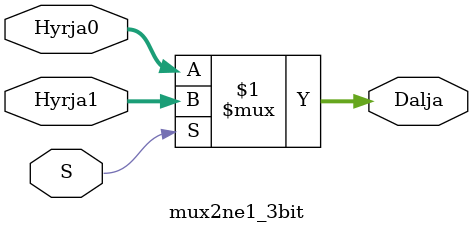
<source format=v>
`timescale 1ns / 1ps


module mux2ne1_3bit(
    input[2:0] Hyrja0,
    input[2:0] Hyrja1,
    input S,
    output[2:0] Dalja
    );
    
assign Dalja = S ? Hyrja1 : Hyrja0;

endmodule
</source>
